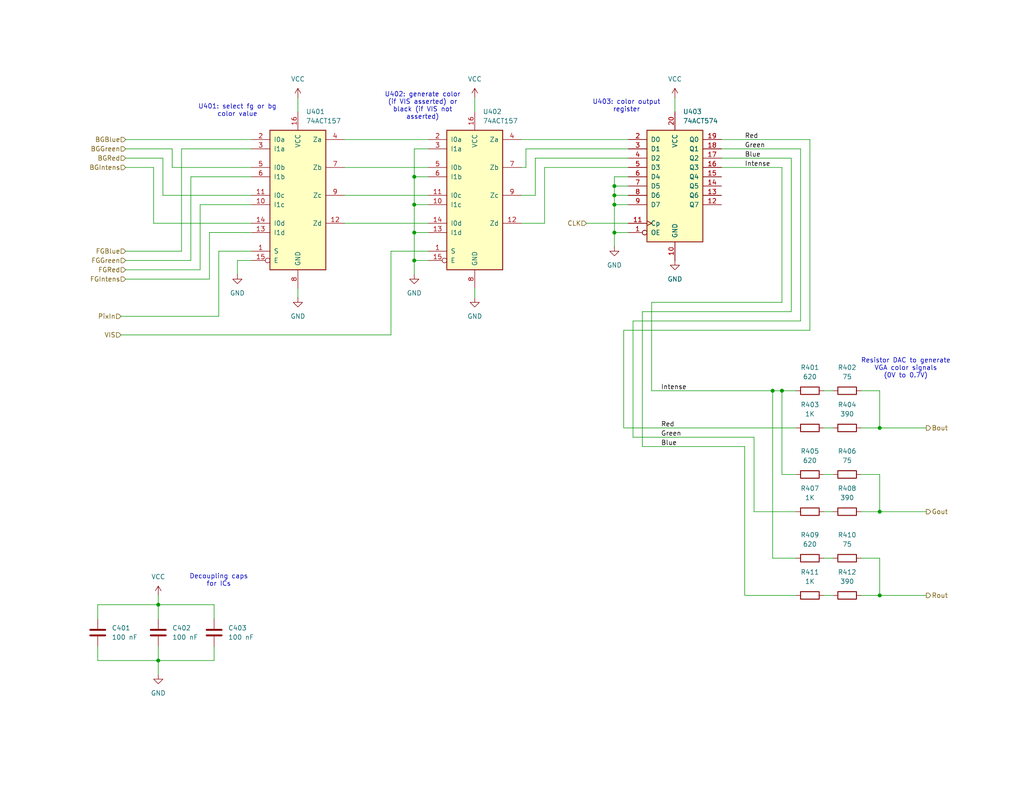
<source format=kicad_sch>
(kicad_sch (version 20231120) (generator "eeschema") (generator_version "8.0")
  (paper "USLetter")
  (title_block (title "Output") (company "daveho hacks"))
  (lib_symbols
    (symbol "74xx:74LS157" (pin_names (offset 1.016))
      (property "Reference" "U" (at -7.62 19.05 0))
      (property "Value" "74LS157" (at -7.62 -21.59 0))
      (symbol "74LS157_1_0"
        (pin input line (at -12.7 -15.24 0) (length 5.08) (name "S") (number "1"))
        (pin input line (at -12.7 -2.54 0) (length 5.08) (name "I1c") (number "10"))
        (pin input line (at -12.7 0 0) (length 5.08) (name "I0c") (number "11"))
        (pin output line (at 12.7 -7.62 180) (length 5.08) (name "Zd") (number "12"))
        (pin input line (at -12.7 -10.16 0) (length 5.08) (name "I1d") (number "13"))
        (pin input line (at -12.7 -7.62 0) (length 5.08) (name "I0d") (number "14"))
        (pin input inverted (at -12.7 -17.78 0) (length 5.08) (name "E") (number "15"))
        (pin power_in line (at 0 22.86 270) (length 5.08) (name "VCC") (number "16"))
        (pin input line (at -12.7 15.24 0) (length 5.08) (name "I0a") (number "2"))
        (pin input line (at -12.7 12.7 0) (length 5.08) (name "I1a") (number "3"))
        (pin output line (at 12.7 15.24 180) (length 5.08) (name "Za") (number "4"))
        (pin input line (at -12.7 7.62 0) (length 5.08) (name "I0b") (number "5"))
        (pin input line (at -12.7 5.08 0) (length 5.08) (name "I1b") (number "6"))
        (pin output line (at 12.7 7.62 180) (length 5.08) (name "Zb") (number "7"))
        (pin power_in line (at 0 -25.4 90) (length 5.08) (name "GND") (number "8"))
        (pin output line (at 12.7 0 180) (length 5.08) (name "Zc") (number "9"))
      )
      (symbol "74LS157_1_1"
        (rectangle (start -7.62 17.78) (end 7.62 -20.32) (stroke (width 0.254)) (fill (type background)))
      )
    )
    (symbol "74xx:74LS574" (pin_names (offset 1.016))
      (property "Reference" "U" (at -7.62 16.51 0))
      (property "Value" "74LS574" (at -7.62 -16.51 0))
      (symbol "74LS574_1_0"
        (pin input inverted (at -12.7 -12.7 0) (length 5.08) (name "OE") (number "1"))
        (pin power_in line (at 0 -20.32 90) (length 5.08) (name "GND") (number "10"))
        (pin input clock (at -12.7 -10.16 0) (length 5.08) (name "Cp") (number "11"))
        (pin tri_state line (at 12.7 -5.08 180) (length 5.08) (name "Q7") (number "12"))
        (pin tri_state line (at 12.7 -2.54 180) (length 5.08) (name "Q6") (number "13"))
        (pin tri_state line (at 12.7 0 180) (length 5.08) (name "Q5") (number "14"))
        (pin tri_state line (at 12.7 2.54 180) (length 5.08) (name "Q4") (number "15"))
        (pin tri_state line (at 12.7 5.08 180) (length 5.08) (name "Q3") (number "16"))
        (pin tri_state line (at 12.7 7.62 180) (length 5.08) (name "Q2") (number "17"))
        (pin tri_state line (at 12.7 10.16 180) (length 5.08) (name "Q1") (number "18"))
        (pin tri_state line (at 12.7 12.7 180) (length 5.08) (name "Q0") (number "19"))
        (pin input line (at -12.7 12.7 0) (length 5.08) (name "D0") (number "2"))
        (pin power_in line (at 0 20.32 270) (length 5.08) (name "VCC") (number "20"))
        (pin input line (at -12.7 10.16 0) (length 5.08) (name "D1") (number "3"))
        (pin input line (at -12.7 7.62 0) (length 5.08) (name "D2") (number "4"))
        (pin input line (at -12.7 5.08 0) (length 5.08) (name "D3") (number "5"))
        (pin input line (at -12.7 2.54 0) (length 5.08) (name "D4") (number "6"))
        (pin input line (at -12.7 0 0) (length 5.08) (name "D5") (number "7"))
        (pin input line (at -12.7 -2.54 0) (length 5.08) (name "D6") (number "8"))
        (pin input line (at -12.7 -5.08 0) (length 5.08) (name "D7") (number "9"))
      )
      (symbol "74LS574_1_1"
        (rectangle (start -7.62 15.24) (end 7.62 -15.24) (stroke (width 0.254)) (fill (type background)))
      )
    )
    (symbol "Device:C" (pin_numbers hide) (pin_names (offset 0.254))
      (property "Reference" "C" (at 0.635 2.54 0))
      (property "Value" "C" (at 0.635 -2.54 0))
      (symbol "C_0_1"
        (polyline (pts (xy -2.032 -0.762) (xy 2.032 -0.762)) (stroke (width 0.508)))
        (polyline (pts (xy -2.032 0.762) (xy 2.032 0.762)) (stroke (width 0.508)))
      )
      (symbol "C_1_1"
        (pin passive line (at 0 3.81 270) (length 2.794) (name "~") (number "1"))
        (pin passive line (at 0 -3.81 90) (length 2.794) (name "~") (number "2"))
      )
    )
    (symbol "Device:R" (pin_numbers hide) (pin_names (offset 0))
      (property "Reference" "R" (at 2.032 0 90))
      (property "Value" "R" (at 0 0 90))
      (symbol "R_0_1"
        (rectangle (start -1.016 -2.54) (end 1.016 2.54) (stroke (width 0.254)))
      )
      (symbol "R_1_1"
        (pin passive line (at 0 3.81 270) (length 1.27) (name "~") (number "1"))
        (pin passive line (at 0 -3.81 90) (length 1.27) (name "~") (number "2"))
      )
    )
    (symbol "power:GND" (power) (pin_numbers hide) (pin_names (offset 0) hide)
      (property "Value" "GND" (at 0 -3.81 0))
      (symbol "GND_0_1"
        (polyline (pts (xy 0 0) (xy 0 -1.27) (xy 1.27 -1.27) (xy 0 -2.54) (xy -1.27 -1.27) (xy 0 -1.27)))
      )
      (symbol "GND_1_1"
        (pin power_in line (at 0 0 270) (length 0) (name "~") (number "1"))
      )
    )
    (symbol "power:VCC" (power) (pin_numbers hide) (pin_names (offset 0) hide)
      (property "Value" "VCC" (at 0 3.556 0))
      (symbol "VCC_0_1"
        (polyline (pts (xy -0.762 1.27) (xy 0 2.54)))
        (polyline (pts (xy 0 0) (xy 0 2.54)))
        (polyline (pts (xy 0 2.54) (xy 0.762 1.27)))
      )
      (symbol "VCC_1_1"
        (pin power_in line (at 0 0 90) (length 0) (name "~") (number "1"))
      )
    )
  )
  (junction (at 240.03 116.84))
  (junction (at 213.36 106.68))
  (junction (at 43.18 180.34))
  (junction (at 43.18 165.1))
  (junction (at 240.03 139.7))
  (junction (at 113.03 71.12))
  (junction (at 167.64 55.88))
  (junction (at 113.03 55.88))
  (junction (at 167.64 50.8))
  (junction (at 113.03 63.5))
  (junction (at 210.82 106.68))
  (junction (at 167.64 53.34))
  (junction (at 113.03 48.26))
  (junction (at 240.03 162.56))
  (junction (at 167.64 63.5))
  (wire (pts (xy 177.8 106.68) (xy 210.82 106.68)))
  (wire (pts (xy 213.36 129.54) (xy 217.17 129.54)))
  (wire (pts (xy 171.45 40.64) (xy 143.51 40.64)))
  (wire (pts (xy 113.03 63.5) (xy 116.84 63.5)))
  (wire (pts (xy 240.03 152.4) (xy 240.03 162.56)))
  (wire (pts (xy 93.98 53.34) (xy 116.84 53.34)))
  (wire (pts (xy 33.02 86.36) (xy 59.69 86.36)))
  (wire (pts (xy 34.29 45.72) (xy 41.91 45.72)))
  (wire (pts (xy 41.91 60.96) (xy 68.58 60.96)))
  (wire (pts (xy 26.67 176.53) (xy 26.67 180.34)))
  (wire (pts (xy 64.77 71.12) (xy 68.58 71.12)))
  (wire (pts (xy 220.98 90.17) (xy 170.18 90.17)))
  (wire (pts (xy 215.9 85.09) (xy 175.26 85.09)))
  (wire (pts (xy 196.85 38.1) (xy 220.98 38.1)))
  (wire (pts (xy 167.64 50.8) (xy 167.64 53.34)))
  (wire (pts (xy 143.51 40.64) (xy 143.51 45.72)))
  (wire (pts (xy 81.28 78.74) (xy 81.28 81.28)))
  (wire (pts (xy 224.79 129.54) (xy 227.33 129.54)))
  (wire (pts (xy 81.28 26.67) (xy 81.28 30.48)))
  (wire (pts (xy 167.64 48.26) (xy 167.64 50.8)))
  (wire (pts (xy 210.82 106.68) (xy 213.36 106.68)))
  (wire (pts (xy 41.91 45.72) (xy 41.91 60.96)))
  (wire (pts (xy 34.29 38.1) (xy 68.58 38.1)))
  (wire (pts (xy 59.69 68.58) (xy 68.58 68.58)))
  (wire (pts (xy 171.45 45.72) (xy 148.59 45.72)))
  (wire (pts (xy 146.05 53.34) (xy 142.24 53.34)))
  (wire (pts (xy 113.03 63.5) (xy 113.03 71.12)))
  (wire (pts (xy 34.29 40.64) (xy 46.99 40.64)))
  (wire (pts (xy 58.42 176.53) (xy 58.42 180.34)))
  (wire (pts (xy 58.42 165.1) (xy 43.18 165.1)))
  (wire (pts (xy 129.54 78.74) (xy 129.54 81.28)))
  (wire (pts (xy 224.79 152.4) (xy 227.33 152.4)))
  (wire (pts (xy 234.95 139.7) (xy 240.03 139.7)))
  (wire (pts (xy 46.99 45.72) (xy 68.58 45.72)))
  (wire (pts (xy 167.64 53.34) (xy 171.45 53.34)))
  (wire (pts (xy 184.15 26.67) (xy 184.15 30.48)))
  (wire (pts (xy 213.36 45.72) (xy 213.36 82.55)))
  (wire (pts (xy 44.45 53.34) (xy 68.58 53.34)))
  (wire (pts (xy 234.95 116.84) (xy 240.03 116.84)))
  (wire (pts (xy 43.18 162.56) (xy 43.18 165.1)))
  (wire (pts (xy 44.45 43.18) (xy 44.45 53.34)))
  (wire (pts (xy 57.15 76.2) (xy 57.15 63.5)))
  (wire (pts (xy 26.67 165.1) (xy 43.18 165.1)))
  (wire (pts (xy 43.18 165.1) (xy 43.18 168.91)))
  (wire (pts (xy 113.03 40.64) (xy 113.03 48.26)))
  (wire (pts (xy 167.64 55.88) (xy 171.45 55.88)))
  (wire (pts (xy 46.99 40.64) (xy 46.99 45.72)))
  (wire (pts (xy 160.02 60.96) (xy 171.45 60.96)))
  (wire (pts (xy 203.2 162.56) (xy 203.2 121.92)))
  (wire (pts (xy 93.98 38.1) (xy 116.84 38.1)))
  (wire (pts (xy 171.45 43.18) (xy 146.05 43.18)))
  (wire (pts (xy 240.03 106.68) (xy 240.03 116.84)))
  (wire (pts (xy 34.29 73.66) (xy 54.61 73.66)))
  (wire (pts (xy 234.95 129.54) (xy 240.03 129.54)))
  (wire (pts (xy 196.85 40.64) (xy 218.44 40.64)))
  (wire (pts (xy 172.72 87.63) (xy 172.72 119.38)))
  (wire (pts (xy 234.95 162.56) (xy 240.03 162.56)))
  (wire (pts (xy 217.17 162.56) (xy 203.2 162.56)))
  (wire (pts (xy 34.29 76.2) (xy 57.15 76.2)))
  (wire (pts (xy 59.69 86.36) (xy 59.69 68.58)))
  (wire (pts (xy 113.03 74.93) (xy 113.03 71.12)))
  (wire (pts (xy 172.72 119.38) (xy 205.74 119.38)))
  (wire (pts (xy 34.29 43.18) (xy 44.45 43.18)))
  (wire (pts (xy 240.03 162.56) (xy 252.73 162.56)))
  (wire (pts (xy 167.64 50.8) (xy 171.45 50.8)))
  (wire (pts (xy 34.29 71.12) (xy 52.07 71.12)))
  (wire (pts (xy 170.18 116.84) (xy 217.17 116.84)))
  (wire (pts (xy 175.26 85.09) (xy 175.26 121.92)))
  (wire (pts (xy 113.03 55.88) (xy 116.84 55.88)))
  (wire (pts (xy 113.03 71.12) (xy 116.84 71.12)))
  (wire (pts (xy 170.18 90.17) (xy 170.18 116.84)))
  (wire (pts (xy 175.26 121.92) (xy 203.2 121.92)))
  (wire (pts (xy 177.8 82.55) (xy 177.8 106.68)))
  (wire (pts (xy 43.18 176.53) (xy 43.18 180.34)))
  (wire (pts (xy 49.53 68.58) (xy 49.53 40.64)))
  (wire (pts (xy 224.79 162.56) (xy 227.33 162.56)))
  (wire (pts (xy 213.36 106.68) (xy 217.17 106.68)))
  (wire (pts (xy 26.67 180.34) (xy 43.18 180.34)))
  (wire (pts (xy 116.84 40.64) (xy 113.03 40.64)))
  (wire (pts (xy 167.64 55.88) (xy 167.64 63.5)))
  (wire (pts (xy 52.07 48.26) (xy 68.58 48.26)))
  (wire (pts (xy 142.24 60.96) (xy 148.59 60.96)))
  (wire (pts (xy 171.45 48.26) (xy 167.64 48.26)))
  (wire (pts (xy 146.05 43.18) (xy 146.05 53.34)))
  (wire (pts (xy 148.59 45.72) (xy 148.59 60.96)))
  (wire (pts (xy 205.74 139.7) (xy 205.74 119.38)))
  (wire (pts (xy 113.03 55.88) (xy 113.03 63.5)))
  (wire (pts (xy 52.07 71.12) (xy 52.07 48.26)))
  (wire (pts (xy 93.98 60.96) (xy 116.84 60.96)))
  (wire (pts (xy 33.02 91.44) (xy 106.68 91.44)))
  (wire (pts (xy 58.42 168.91) (xy 58.42 165.1)))
  (wire (pts (xy 224.79 116.84) (xy 227.33 116.84)))
  (wire (pts (xy 49.53 40.64) (xy 68.58 40.64)))
  (wire (pts (xy 213.36 82.55) (xy 177.8 82.55)))
  (wire (pts (xy 240.03 129.54) (xy 240.03 139.7)))
  (wire (pts (xy 220.98 38.1) (xy 220.98 90.17)))
  (wire (pts (xy 196.85 43.18) (xy 215.9 43.18)))
  (wire (pts (xy 234.95 152.4) (xy 240.03 152.4)))
  (wire (pts (xy 54.61 55.88) (xy 68.58 55.88)))
  (wire (pts (xy 171.45 63.5) (xy 167.64 63.5)))
  (wire (pts (xy 106.68 91.44) (xy 106.68 68.58)))
  (wire (pts (xy 57.15 63.5) (xy 68.58 63.5)))
  (wire (pts (xy 210.82 152.4) (xy 217.17 152.4)))
  (wire (pts (xy 240.03 139.7) (xy 252.73 139.7)))
  (wire (pts (xy 240.03 116.84) (xy 252.73 116.84)))
  (wire (pts (xy 210.82 106.68) (xy 210.82 152.4)))
  (wire (pts (xy 215.9 43.18) (xy 215.9 85.09)))
  (wire (pts (xy 43.18 180.34) (xy 43.18 184.15)))
  (wire (pts (xy 142.24 38.1) (xy 171.45 38.1)))
  (wire (pts (xy 167.64 53.34) (xy 167.64 55.88)))
  (wire (pts (xy 213.36 106.68) (xy 213.36 129.54)))
  (wire (pts (xy 167.64 63.5) (xy 167.64 67.31)))
  (wire (pts (xy 34.29 68.58) (xy 49.53 68.58)))
  (wire (pts (xy 143.51 45.72) (xy 142.24 45.72)))
  (wire (pts (xy 113.03 48.26) (xy 116.84 48.26)))
  (wire (pts (xy 217.17 139.7) (xy 205.74 139.7)))
  (wire (pts (xy 224.79 106.68) (xy 227.33 106.68)))
  (wire (pts (xy 93.98 45.72) (xy 116.84 45.72)))
  (wire (pts (xy 196.85 45.72) (xy 213.36 45.72)))
  (wire (pts (xy 26.67 165.1) (xy 26.67 168.91)))
  (wire (pts (xy 54.61 73.66) (xy 54.61 55.88)))
  (wire (pts (xy 113.03 48.26) (xy 113.03 55.88)))
  (wire (pts (xy 43.18 180.34) (xy 58.42 180.34)))
  (wire (pts (xy 234.95 106.68) (xy 240.03 106.68)))
  (wire (pts (xy 106.68 68.58) (xy 116.84 68.58)))
  (wire (pts (xy 218.44 40.64) (xy 218.44 87.63)))
  (wire (pts (xy 218.44 87.63) (xy 172.72 87.63)))
  (wire (pts (xy 224.79 139.7) (xy 227.33 139.7)))
  (wire (pts (xy 129.54 26.67) (xy 129.54 30.48)))
  (wire (pts (xy 64.77 74.93) (xy 64.77 71.12)))
  (text "U402: generate color\n(if VIS asserted) or\nblack (if VIS not\nasserted)" (at 115.316 28.956 0) (effects (font (size 1.27 1.27))))
  (text "U403: color output\nregister" (at 170.942 28.956 0) (effects (font (size 1.27 1.27))))
  (text "Resistor DAC to generate\nVGA color signals\n(0V to 0.7V)" (at 247.142 100.584 0) (effects (font (size 1.27 1.27))))
  (text "Decoupling caps\nfor ICs" (at 59.69 158.496 0) (effects (font (size 1.27 1.27))))
  (text "U401: select fg or bg\ncolor value" (at 64.77 30.226 0) (effects (font (size 1.27 1.27))))
  (label "Blue" (at 180.34 121.92 0))
  (label "Red" (at 203.2 38.1 0))
  (label "Green" (at 180.34 119.38 0))
  (label "Blue" (at 203.2 43.18 0))
  (label "Intense" (at 180.34 106.68 0))
  (label "Intense" (at 203.2 45.72 0))
  (label "Green" (at 203.2 40.64 0))
  (label "Red" (at 180.34 116.84 0))
  (hierarchical_label "VIS" (shape input) (at 33.02 91.44 180))
  (hierarchical_label "FGRed" (shape input) (at 34.29 73.66 180))
  (hierarchical_label "Gout" (shape output) (at 252.73 139.7 0))
  (hierarchical_label "BGRed" (shape input) (at 34.29 43.18 180))
  (hierarchical_label "BGIntens" (shape input) (at 34.29 45.72 180))
  (hierarchical_label "FGBlue" (shape input) (at 34.29 68.58 180))
  (hierarchical_label "FGIntens" (shape input) (at 34.29 76.2 180))
  (hierarchical_label "Rout" (shape output) (at 252.73 162.56 0))
  (hierarchical_label "PixIn" (shape input) (at 33.02 86.36 180))
  (hierarchical_label "BGGreen" (shape input) (at 34.29 40.64 180))
  (hierarchical_label "FGGreen" (shape input) (at 34.29 71.12 180))
  (hierarchical_label "Bout" (shape output) (at 252.73 116.84 0))
  (hierarchical_label "BGBlue" (shape input) (at 34.29 38.1 180))
  (hierarchical_label "CLK" (shape input) (at 160.02 60.96 180))
  (symbol (lib_id "Device:R") (at 220.98 129.54 270) (unit 1)
    (property "Reference" "R405" (at 220.98 123.19 90))
    (property "Value" "620" (at 220.98 125.73 90))
    (property "Description" "Resistor" (effects (hide yes)))
  )
  (symbol (lib_id "Device:R") (at 220.98 139.7 90) (unit 1)
    (property "Reference" "R407" (at 220.98 133.35 90))
    (property "Value" "1K" (at 220.98 135.89 90))
    (property "Description" "Resistor" (effects (hide yes)))
  )
  (symbol (lib_id "power:GND") (at 43.18 184.15 0) (unit 1)
    (property "Reference" "#PWR046" (effects (hide yes)))
    (property "Value" "GND" (at 43.18 189.23 0))
    (property "Description" "Power symbol creates a global label with name \"GND\" , ground" (effects (hide yes)))
  )
  (symbol (lib_id "Device:R") (at 220.98 116.84 90) (unit 1)
    (property "Reference" "R403" (at 220.98 110.49 90))
    (property "Value" "1K" (at 220.98 113.03 90))
    (property "Description" "Resistor" (effects (hide yes)))
  )
  (symbol (lib_id "Device:R") (at 231.14 139.7 90) (unit 1)
    (property "Reference" "R408" (at 231.14 133.35 90))
    (property "Value" "390" (at 231.14 135.89 90))
    (property "Description" "Resistor" (effects (hide yes)))
  )
  (symbol (lib_id "Device:R") (at 220.98 106.68 270) (unit 1)
    (property "Reference" "R401" (at 220.98 100.33 90))
    (property "Value" "620" (at 220.98 102.87 90))
    (property "Description" "Resistor" (effects (hide yes)))
  )
  (symbol (lib_id "power:VCC") (at 184.15 26.67 0) (unit 1)
    (property "Reference" "#PWR090" (effects (hide yes)))
    (property "Value" "VCC" (at 184.15 21.59 0))
    (property "Description" "Power symbol creates a global label with name \"VCC\"" (effects (hide yes)))
  )
  (symbol (lib_id "power:VCC") (at 129.54 26.67 0) (unit 1)
    (property "Reference" "#PWR087" (effects (hide yes)))
    (property "Value" "VCC" (at 129.54 21.59 0))
    (property "Description" "Power symbol creates a global label with name \"VCC\"" (effects (hide yes)))
  )
  (symbol (lib_id "Device:R") (at 231.14 152.4 270) (unit 1)
    (property "Reference" "R410" (at 231.14 146.05 90))
    (property "Value" "75" (at 231.14 148.59 90))
    (property "Description" "Resistor" (effects (hide yes)))
  )
  (symbol (lib_id "Device:R") (at 231.14 106.68 270) (unit 1)
    (property "Reference" "R402" (at 231.14 100.33 90))
    (property "Value" "75" (at 231.14 102.87 90))
    (property "Description" "Resistor" (effects (hide yes)))
  )
  (symbol (lib_id "Device:R") (at 231.14 129.54 270) (unit 1)
    (property "Reference" "R406" (at 231.14 123.19 90))
    (property "Value" "75" (at 231.14 125.73 90))
    (property "Description" "Resistor" (effects (hide yes)))
  )
  (symbol (lib_id "74xx:74LS574") (at 184.15 50.8 0) (unit 1)
    (property "Reference" "U403" (at 186.3441 30.48 0) (effects (justify left)))
    (property "Value" "74ACT574" (at 186.3441 33.02 0) (effects (justify left)))
    (property "Datasheet" "http://www.ti.com/lit/gpn/sn74LS574" (effects (hide yes)))
    (property "Description" "8-bit Register, 3-state outputs" (effects (hide yes)))
  )
  (symbol (lib_id "Device:C") (at 26.67 172.72 0) (unit 1)
    (property "Reference" "C401" (at 30.48 171.4499 0) (effects (justify left)))
    (property "Value" "100 nF" (at 30.48 173.9899 0) (effects (justify left)))
    (property "Description" "Unpolarized capacitor" (effects (hide yes)))
  )
  (symbol (lib_id "74xx:74LS157") (at 81.28 53.34 0) (unit 1)
    (property "Reference" "U401" (at 83.4741 30.48 0) (effects (justify left)))
    (property "Value" "74ACT157" (at 83.4741 33.02 0) (effects (justify left)))
    (property "Datasheet" "http://www.ti.com/lit/gpn/sn74LS157" (effects (hide yes)))
    (property "Description" "Quad 2 to 1 line Multiplexer" (effects (hide yes)))
  )
  (symbol (lib_id "power:GND") (at 167.64 67.31 0) (unit 1)
    (property "Reference" "#PWR089" (effects (hide yes)))
    (property "Value" "GND" (at 167.64 72.39 0))
    (property "Description" "Power symbol creates a global label with name \"GND\" , ground" (effects (hide yes)))
  )
  (symbol (lib_id "Device:C") (at 43.18 172.72 0) (unit 1)
    (property "Reference" "C402" (at 46.99 171.4499 0) (effects (justify left)))
    (property "Value" "100 nF" (at 46.99 173.9899 0) (effects (justify left)))
    (property "Description" "Unpolarized capacitor" (effects (hide yes)))
  )
  (symbol (lib_id "power:GND") (at 81.28 81.28 0) (unit 1)
    (property "Reference" "#PWR041" (effects (hide yes)))
    (property "Value" "GND" (at 81.28 86.36 0))
    (property "Description" "Power symbol creates a global label with name \"GND\" , ground" (effects (hide yes)))
  )
  (symbol (lib_id "power:GND") (at 64.77 74.93 0) (unit 1)
    (property "Reference" "#PWR042" (effects (hide yes)))
    (property "Value" "GND" (at 64.77 80.01 0))
    (property "Description" "Power symbol creates a global label with name \"GND\" , ground" (effects (hide yes)))
  )
  (symbol (lib_id "power:GND") (at 129.54 81.28 0) (unit 1)
    (property "Reference" "#PWR044" (effects (hide yes)))
    (property "Value" "GND" (at 129.54 86.36 0))
    (property "Description" "Power symbol creates a global label with name \"GND\" , ground" (effects (hide yes)))
  )
  (symbol (lib_id "Device:C") (at 58.42 172.72 0) (unit 1)
    (property "Reference" "C403" (at 62.23 171.4499 0) (effects (justify left)))
    (property "Value" "100 nF" (at 62.23 173.9899 0) (effects (justify left)))
    (property "Description" "Unpolarized capacitor" (effects (hide yes)))
  )
  (symbol (lib_id "Device:R") (at 220.98 162.56 90) (unit 1)
    (property "Reference" "R411" (at 220.98 156.21 90))
    (property "Value" "1K" (at 220.98 158.75 90))
    (property "Description" "Resistor" (effects (hide yes)))
  )
  (symbol (lib_id "power:GND") (at 184.15 71.12 0) (unit 1)
    (property "Reference" "#PWR088" (effects (hide yes)))
    (property "Value" "GND" (at 184.15 76.2 0))
    (property "Description" "Power symbol creates a global label with name \"GND\" , ground" (effects (hide yes)))
  )
  (symbol (lib_id "74xx:74LS157") (at 129.54 53.34 0) (unit 1)
    (property "Reference" "U402" (at 131.7341 30.48 0) (effects (justify left)))
    (property "Value" "74ACT157" (at 131.7341 33.02 0) (effects (justify left)))
    (property "Datasheet" "http://www.ti.com/lit/gpn/sn74LS157" (effects (hide yes)))
    (property "Description" "Quad 2 to 1 line Multiplexer" (effects (hide yes)))
  )
  (symbol (lib_id "power:VCC") (at 43.18 162.56 0) (unit 1)
    (property "Reference" "#PWR045" (effects (hide yes)))
    (property "Value" "VCC" (at 43.18 157.48 0))
    (property "Description" "Power symbol creates a global label with name \"VCC\"" (effects (hide yes)))
  )
  (symbol (lib_id "power:VCC") (at 81.28 26.67 0) (unit 1)
    (property "Reference" "#PWR040" (effects (hide yes)))
    (property "Value" "VCC" (at 81.28 21.59 0))
    (property "Description" "Power symbol creates a global label with name \"VCC\"" (effects (hide yes)))
  )
  (symbol (lib_id "Device:R") (at 220.98 152.4 270) (unit 1)
    (property "Reference" "R409" (at 220.98 146.05 90))
    (property "Value" "620" (at 220.98 148.59 90))
    (property "Description" "Resistor" (effects (hide yes)))
  )
  (symbol (lib_id "Device:R") (at 231.14 116.84 90) (unit 1)
    (property "Reference" "R404" (at 231.14 110.49 90))
    (property "Value" "390" (at 231.14 113.03 90))
    (property "Description" "Resistor" (effects (hide yes)))
  )
  (symbol (lib_id "power:GND") (at 113.03 74.93 0) (unit 1)
    (property "Reference" "#PWR043" (effects (hide yes)))
    (property "Value" "GND" (at 113.03 80.01 0))
    (property "Description" "Power symbol creates a global label with name \"GND\" , ground" (effects (hide yes)))
  )
  (symbol (lib_id "Device:R") (at 231.14 162.56 90) (unit 1)
    (property "Reference" "R412" (at 231.14 156.21 90))
    (property "Value" "390" (at 231.14 158.75 90))
    (property "Description" "Resistor" (effects (hide yes)))
  )
)
</source>
